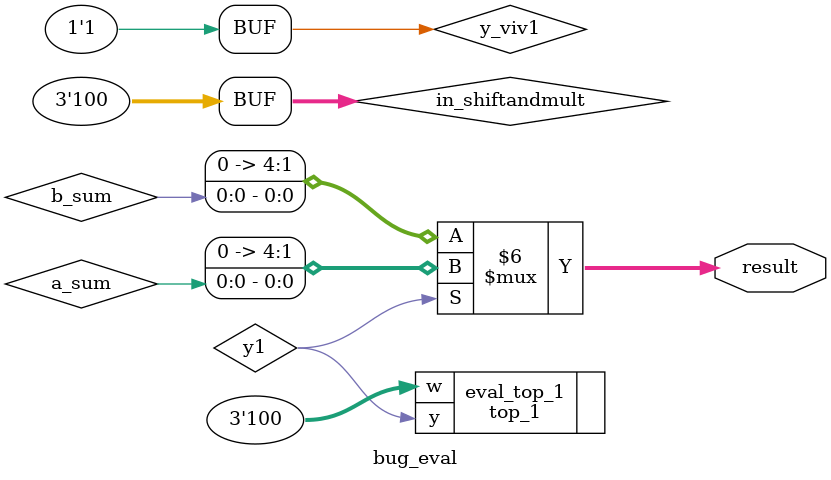
<source format=v>
`include "syn_yosys.v"
`include "goodbranch.v"
`include "badbranch.v"

module bug_eval (result);

    wire y1, y2;
    wire [2:0] in_shiftandmult;
    wire y_viv1;
    wire w0_viv1;
    output reg [4:0] result;

    top_1 eval_top_1 (.y(y1), .w(in_shiftandmult));
    //top_vivado eval_top_vivado (.y(y_viv1), .w0(w0_viv1));
   
    assign in_shiftandmult = 3'b100;
    //assign w0_viv1 = 1'b0;
    assign y_viv1 = 1;
    
    //goodbranchdec
    
    //badbranchdec

    goodbranch goodbranch_instance (
        //goodbranchinst

    );
    badbranch badbranch_instance (
        //badbranchinst
        
    );

    always @* begin
        if (y1 == 1 || y_viv1 == 0) begin
            //GOOD BRANCH
            result = a_sum;
        end
        else begin
            //BAD BRANCH           
            result = b_sum;
        end
    end
endmodule

</source>
